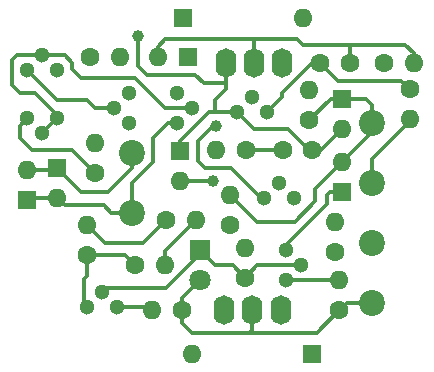
<source format=gbr>
%TF.GenerationSoftware,KiCad,Pcbnew,6.0.2+dfsg-1*%
%TF.CreationDate,2023-01-26T19:30:16+01:00*%
%TF.ProjectId,SK25,534b3235-2e6b-4696-9361-645f70636258,rev?*%
%TF.SameCoordinates,Original*%
%TF.FileFunction,Copper,L2,Bot*%
%TF.FilePolarity,Positive*%
%FSLAX46Y46*%
G04 Gerber Fmt 4.6, Leading zero omitted, Abs format (unit mm)*
G04 Created by KiCad (PCBNEW 6.0.2+dfsg-1) date 2023-01-26 19:30:16*
%MOMM*%
%LPD*%
G01*
G04 APERTURE LIST*
%TA.AperFunction,ComponentPad*%
%ADD10C,1.600000*%
%TD*%
%TA.AperFunction,ComponentPad*%
%ADD11R,1.600000X1.600000*%
%TD*%
%TA.AperFunction,ComponentPad*%
%ADD12O,1.600000X1.600000*%
%TD*%
%TA.AperFunction,ComponentPad*%
%ADD13R,1.800000X1.800000*%
%TD*%
%TA.AperFunction,ComponentPad*%
%ADD14C,1.800000*%
%TD*%
%TA.AperFunction,ComponentPad*%
%ADD15C,2.200000*%
%TD*%
%TA.AperFunction,ComponentPad*%
%ADD16C,1.300000*%
%TD*%
%TA.AperFunction,ComponentPad*%
%ADD17O,1.747520X2.499360*%
%TD*%
%TA.AperFunction,ViaPad*%
%ADD18C,1.000000*%
%TD*%
%TA.AperFunction,Conductor*%
%ADD19C,0.350000*%
%TD*%
G04 APERTURE END LIST*
D10*
%TO.P,C1,1*%
%TO.N,Net-(C1-Pad1)*%
X163810000Y-92456000D03*
%TO.P,C1,2*%
%TO.N,Net-(C1-Pad2)*%
X161310000Y-92456000D03*
%TD*%
D11*
%TO.P,D1,1,K*%
%TO.N,Net-(D1-Pad1)*%
X142240000Y-93980000D03*
D12*
%TO.P,D1,2,A*%
%TO.N,Net-(D1-Pad2)*%
X142240000Y-96520000D03*
%TD*%
D11*
%TO.P,D2,1,K*%
%TO.N,Net-(D1-Pad2)*%
X139700000Y-96675686D03*
D12*
%TO.P,D2,2,A*%
%TO.N,Net-(D1-Pad1)*%
X139700000Y-94135686D03*
%TD*%
D13*
%TO.P,D3,1,K*%
%TO.N,Net-(D3-Pad1)*%
X154305000Y-100965000D03*
D14*
%TO.P,D3,2,A*%
%TO.N,Net-(D3-Pad2)*%
X154305000Y-103505000D03*
%TD*%
D11*
%TO.P,D4,1,K*%
%TO.N,Net-(D4-Pad1)*%
X153260315Y-84582000D03*
D12*
%TO.P,D4,2,A*%
%TO.N,Net-(C2-Pad2)*%
X150720315Y-84582000D03*
%TD*%
D11*
%TO.P,D5,1,K*%
%TO.N,Net-(D5-Pad1)*%
X163830000Y-109728000D03*
D12*
%TO.P,D5,2,A*%
%TO.N,Net-(D5-Pad2)*%
X153670000Y-109728000D03*
%TD*%
D11*
%TO.P,D6,1,K*%
%TO.N,Net-(C1-Pad1)*%
X152908000Y-81280000D03*
D12*
%TO.P,D6,2,A*%
%TO.N,Net-(D6-Pad2)*%
X163068000Y-81280000D03*
%TD*%
D11*
%TO.P,D7,1,K*%
%TO.N,Net-(D5-Pad2)*%
X166370000Y-96040686D03*
D12*
%TO.P,D7,2,A*%
%TO.N,Net-(D7-Pad2)*%
X166370000Y-93500686D03*
%TD*%
D11*
%TO.P,D8,1,K*%
%TO.N,Net-(D7-Pad2)*%
X166370000Y-88138000D03*
D12*
%TO.P,D8,2,A*%
%TO.N,Net-(C1-Pad1)*%
X166370000Y-90678000D03*
%TD*%
D11*
%TO.P,D9,1,K*%
%TO.N,Net-(C1-Pad1)*%
X152654000Y-92554315D03*
D12*
%TO.P,D9,2,A*%
%TO.N,Net-(D9-Pad2)*%
X152654000Y-95094315D03*
%TD*%
D15*
%TO.P,J2,1,Pin_1*%
%TO.N,Net-(D1-Pad1)*%
X148590000Y-92710000D03*
%TD*%
%TO.P,J3,1,Pin_1*%
%TO.N,Net-(D3-Pad2)*%
X168910000Y-105410000D03*
%TD*%
%TO.P,J4,1,Pin_1*%
%TO.N,Net-(D7-Pad2)*%
X168910000Y-90170000D03*
%TD*%
%TO.P,J5,1,Pin_1*%
%TO.N,Net-(C2-Pad2)*%
X168910000Y-95250000D03*
%TD*%
D10*
%TO.P,L1,1,1*%
%TO.N,Net-(L1-Pad1)*%
X151405000Y-98425000D03*
D12*
%TO.P,L1,2,2*%
%TO.N,Net-(L1-Pad2)*%
X153945000Y-98425000D03*
%TD*%
D16*
%TO.P,Q2,1,E*%
%TO.N,Net-(L1-Pad1)*%
X148315000Y-90170000D03*
%TO.P,Q2,2,C*%
%TO.N,Net-(D9-Pad2)*%
X147045000Y-88900000D03*
%TO.P,Q2,3,B*%
%TO.N,Net-(D1-Pad1)*%
X148315000Y-87630000D03*
%TD*%
%TO.P,Q3,1,E*%
%TO.N,Net-(L1-Pad2)*%
X152400000Y-87630000D03*
%TO.P,Q3,2,C*%
%TO.N,Net-(Q3-Pad2)*%
X153670000Y-88900000D03*
%TO.P,Q3,3,B*%
%TO.N,Net-(D1-Pad2)*%
X152400000Y-90170000D03*
%TD*%
%TO.P,Q4,1,C*%
%TO.N,Net-(D9-Pad2)*%
X139700000Y-85725000D03*
%TO.P,Q4,2,B*%
%TO.N,Net-(Q3-Pad2)*%
X140970000Y-84455000D03*
%TO.P,Q4,3,E*%
%TO.N,Net-(Q4-Pad3)*%
X142240000Y-85725000D03*
%TD*%
%TO.P,Q5,1,C*%
%TO.N,Net-(Q3-Pad2)*%
X142240000Y-89810000D03*
%TO.P,Q5,2,B*%
X140970000Y-91080000D03*
%TO.P,Q5,3,E*%
%TO.N,Net-(Q5-Pad3)*%
X139700000Y-89810000D03*
%TD*%
%TO.P,Q6,1,C*%
%TO.N,Net-(D4-Pad1)*%
X159766000Y-96520000D03*
%TO.P,Q6,2,B*%
%TO.N,Net-(D9-Pad2)*%
X161036000Y-95250000D03*
%TO.P,Q6,3,E*%
%TO.N,Net-(Q6-Pad3)*%
X162306000Y-96520000D03*
%TD*%
%TO.P,Q7,1,C*%
%TO.N,Net-(D5-Pad2)*%
X161565000Y-100965000D03*
%TO.P,Q7,2,B*%
%TO.N,Net-(D3-Pad1)*%
X162835000Y-102235000D03*
%TO.P,Q7,3,E*%
%TO.N,Net-(Q7-Pad3)*%
X161565000Y-103505000D03*
%TD*%
%TO.P,Q8,1,C*%
%TO.N,Net-(C1-Pad1)*%
X157480000Y-89260000D03*
%TO.P,Q8,2,B*%
%TO.N,Net-(Q6-Pad3)*%
X158750000Y-87990000D03*
%TO.P,Q8,3,E*%
%TO.N,Net-(C2-Pad1)*%
X160020000Y-89260000D03*
%TD*%
D17*
%TO.P,Q10,1,E*%
%TO.N,Net-(Q10-Pad1)*%
X161290000Y-85090000D03*
%TO.P,Q10,2,C*%
%TO.N,Net-(C2-Pad2)*%
X158902400Y-85090000D03*
%TO.P,Q10,3,B*%
%TO.N,Net-(C1-Pad1)*%
X156514800Y-85090000D03*
%TD*%
D10*
%TO.P,R1,1*%
%TO.N,Net-(D3-Pad2)*%
X152810000Y-106045000D03*
D12*
%TO.P,R1,2*%
%TO.N,Net-(Q1-Pad3)*%
X150270000Y-106045000D03*
%TD*%
D10*
%TO.P,R2,1*%
%TO.N,Net-(Q1-Pad1)*%
X144780000Y-101375000D03*
D12*
%TO.P,R2,2*%
%TO.N,Net-(L1-Pad1)*%
X144780000Y-98835000D03*
%TD*%
D10*
%TO.P,R3,1*%
%TO.N,Net-(Q1-Pad1)*%
X148815000Y-102235000D03*
D12*
%TO.P,R3,2*%
%TO.N,Net-(L1-Pad2)*%
X151355000Y-102235000D03*
%TD*%
D10*
%TO.P,R4,1*%
%TO.N,Net-(Q4-Pad3)*%
X145005000Y-84582000D03*
D12*
%TO.P,R4,2*%
%TO.N,Net-(C2-Pad2)*%
X147545000Y-84582000D03*
%TD*%
D10*
%TO.P,R5,1*%
%TO.N,Net-(Q5-Pad3)*%
X145415000Y-94390000D03*
D12*
%TO.P,R5,2*%
%TO.N,Net-(C2-Pad2)*%
X145415000Y-91850000D03*
%TD*%
D10*
%TO.P,R6,1*%
%TO.N,Net-(D3-Pad1)*%
X158115000Y-103280000D03*
D12*
%TO.P,R6,2*%
%TO.N,Net-(D4-Pad1)*%
X158115000Y-100740000D03*
%TD*%
D10*
%TO.P,R7,1*%
%TO.N,Net-(C1-Pad2)*%
X158242000Y-92456000D03*
D12*
%TO.P,R7,2*%
%TO.N,Net-(D9-Pad2)*%
X155702000Y-92456000D03*
%TD*%
D10*
%TO.P,R8,1*%
%TO.N,Net-(Q6-Pad3)*%
X169897000Y-85090000D03*
D12*
%TO.P,R8,2*%
%TO.N,Net-(C2-Pad2)*%
X172437000Y-85090000D03*
%TD*%
D10*
%TO.P,R9,1*%
%TO.N,Net-(D3-Pad2)*%
X166116000Y-106045000D03*
D12*
%TO.P,R9,2*%
%TO.N,Net-(Q7-Pad3)*%
X166116000Y-103505000D03*
%TD*%
D10*
%TO.P,R10,1*%
%TO.N,Net-(D5-Pad1)*%
X165735000Y-101121000D03*
D12*
%TO.P,R10,2*%
%TO.N,Net-(D6-Pad2)*%
X165735000Y-98581000D03*
%TD*%
D10*
%TO.P,R12,1*%
%TO.N,Net-(Q9-Pad1)*%
X156845000Y-98835000D03*
D12*
%TO.P,R12,2*%
%TO.N,Net-(D7-Pad2)*%
X156845000Y-96295000D03*
%TD*%
D10*
%TO.P,R13,1*%
%TO.N,Net-(D7-Pad2)*%
X163576000Y-89945000D03*
D12*
%TO.P,R13,2*%
%TO.N,Net-(Q10-Pad1)*%
X163576000Y-87405000D03*
%TD*%
D15*
%TO.P,J6,1,Pin_1*%
%TO.N,GND*%
X168910000Y-100330000D03*
%TD*%
%TO.P,J1,1,Pin_1*%
%TO.N,Net-(D1-Pad2)*%
X148590000Y-97790000D03*
%TD*%
D17*
%TO.P,Q9,1,E*%
%TO.N,Net-(Q9-Pad1)*%
X156362400Y-106045000D03*
%TO.P,Q9,2,C*%
%TO.N,Net-(D3-Pad2)*%
X158750000Y-106045000D03*
%TO.P,Q9,3,B*%
%TO.N,Net-(D5-Pad2)*%
X161137600Y-106045000D03*
%TD*%
D10*
%TO.P,C2,1*%
%TO.N,Net-(C2-Pad1)*%
X164485000Y-85090000D03*
%TO.P,C2,2*%
%TO.N,Net-(C2-Pad2)*%
X166985000Y-85090000D03*
%TD*%
D16*
%TO.P,Q1,1,C*%
%TO.N,Net-(Q1-Pad1)*%
X144780000Y-105770000D03*
%TO.P,Q1,2,B*%
%TO.N,Net-(D3-Pad1)*%
X146050000Y-104500000D03*
%TO.P,Q1,3,E*%
%TO.N,Net-(Q1-Pad3)*%
X147320000Y-105770000D03*
%TD*%
D10*
%TO.P,R11,1*%
%TO.N,Net-(C2-Pad1)*%
X172085000Y-87347000D03*
D12*
%TO.P,R11,2*%
%TO.N,Net-(C2-Pad2)*%
X172085000Y-89887000D03*
%TD*%
D18*
%TO.N,Net-(C1-Pad1)*%
X149098000Y-82804000D03*
%TO.N,Net-(D4-Pad1)*%
X155702000Y-90424000D03*
%TO.N,Net-(D9-Pad2)*%
X155448000Y-95094315D03*
%TD*%
D19*
%TO.N,Net-(C1-Pad2)*%
X161310000Y-92456000D02*
X158242000Y-92456000D01*
%TO.N,Net-(C1-Pad1)*%
X157480000Y-89260000D02*
X155596000Y-89260000D01*
X155088000Y-89260000D02*
X152654000Y-91694000D01*
X155596000Y-89260000D02*
X155088000Y-89260000D01*
X156514800Y-86817200D02*
X154635200Y-86817200D01*
X154635200Y-86817200D02*
X153924000Y-86106000D01*
X164592000Y-92456000D02*
X166370000Y-90678000D01*
X155596000Y-88244000D02*
X155596000Y-89260000D01*
X153924000Y-86106000D02*
X149860000Y-86106000D01*
X158898000Y-90678000D02*
X161798000Y-90678000D01*
X149860000Y-86106000D02*
X149098000Y-85344000D01*
X156514800Y-86817200D02*
X156514800Y-87325200D01*
X157480000Y-89260000D02*
X158898000Y-90678000D01*
X156514800Y-87325200D02*
X155596000Y-88244000D01*
X149098000Y-85344000D02*
X149098000Y-82804000D01*
X163810000Y-92456000D02*
X164592000Y-92456000D01*
X152654000Y-91694000D02*
X152654000Y-92554315D01*
X156514800Y-85090000D02*
X156514800Y-86817200D01*
X163576000Y-92456000D02*
X163810000Y-92456000D01*
X161798000Y-90678000D02*
X163576000Y-92456000D01*
%TO.N,Net-(C2-Pad1)*%
X163830000Y-85090000D02*
X164485000Y-85090000D01*
X166009000Y-86614000D02*
X164485000Y-85090000D01*
X164485000Y-84582000D02*
X164338000Y-84582000D01*
X161290000Y-87630000D02*
X161290000Y-87990000D01*
X172085000Y-87347000D02*
X171352000Y-86614000D01*
X171352000Y-86614000D02*
X166009000Y-86614000D01*
X161290000Y-87630000D02*
X163830000Y-85090000D01*
X161290000Y-87990000D02*
X160020000Y-89260000D01*
%TO.N,Net-(C2-Pad2)*%
X172437000Y-84299000D02*
X171704000Y-83566000D01*
X151384000Y-83058000D02*
X150720315Y-83721685D01*
X167132000Y-83566000D02*
X163068000Y-83566000D01*
X158902400Y-83159600D02*
X159004000Y-83058000D01*
X172085000Y-90043000D02*
X168910000Y-93218000D01*
X172437000Y-84582000D02*
X172437000Y-84299000D01*
X171704000Y-83566000D02*
X167132000Y-83566000D01*
X168910000Y-93218000D02*
X168910000Y-95250000D01*
X163068000Y-83566000D02*
X162560000Y-83058000D01*
X150720315Y-83721685D02*
X150720315Y-84582000D01*
X172085000Y-89887000D02*
X172085000Y-90043000D01*
X159004000Y-83058000D02*
X151384000Y-83058000D01*
X158902400Y-85090000D02*
X158902400Y-83159600D01*
X162560000Y-83058000D02*
X159004000Y-83058000D01*
X166985000Y-83713000D02*
X167132000Y-83566000D01*
X166985000Y-85090000D02*
X166985000Y-83713000D01*
%TO.N,Net-(D1-Pad1)*%
X142240000Y-93980000D02*
X144272000Y-96012000D01*
X148590000Y-93980000D02*
X148590000Y-92710000D01*
X146558000Y-96012000D02*
X148590000Y-93980000D01*
X139700000Y-94135686D02*
X142084314Y-94135686D01*
X144272000Y-96012000D02*
X146558000Y-96012000D01*
X142084314Y-94135686D02*
X142240000Y-93980000D01*
%TO.N,Net-(D1-Pad2)*%
X142875000Y-97155000D02*
X146177000Y-97155000D01*
X142240000Y-96520000D02*
X139855686Y-96520000D01*
X146177000Y-97155000D02*
X146812000Y-97790000D01*
X150368000Y-93472000D02*
X150368000Y-91440000D01*
X139855686Y-96520000D02*
X139700000Y-96675686D01*
X150368000Y-91440000D02*
X151638000Y-90170000D01*
X142240000Y-96520000D02*
X142875000Y-97155000D01*
X151638000Y-90170000D02*
X152400000Y-90170000D01*
X148590000Y-95250000D02*
X150368000Y-93472000D01*
X146812000Y-97790000D02*
X148590000Y-97790000D01*
X148590000Y-97790000D02*
X148590000Y-95250000D01*
%TO.N,Net-(D3-Pad1)*%
X154305000Y-101282500D02*
X151447500Y-104140000D01*
X162835000Y-102235000D02*
X159160000Y-102235000D01*
X159160000Y-102235000D02*
X158115000Y-103280000D01*
X151447500Y-104140000D02*
X146410000Y-104140000D01*
X154305000Y-100965000D02*
X154305000Y-101282500D01*
X155575000Y-102235000D02*
X154305000Y-100965000D01*
X157070000Y-102235000D02*
X155575000Y-102235000D01*
X158115000Y-103280000D02*
X157070000Y-102235000D01*
X146410000Y-104140000D02*
X146050000Y-104500000D01*
%TO.N,Net-(D3-Pad2)*%
X168910000Y-105410000D02*
X166751000Y-105410000D01*
X166751000Y-105410000D02*
X166116000Y-106045000D01*
X158750000Y-107696000D02*
X158496000Y-107950000D01*
X158750000Y-106045000D02*
X158750000Y-105918000D01*
X153670000Y-107950000D02*
X158496000Y-107950000D01*
X164211000Y-107950000D02*
X166116000Y-106045000D01*
X152810000Y-105000000D02*
X154305000Y-103505000D01*
X152810000Y-106045000D02*
X152810000Y-107090000D01*
X158496000Y-107950000D02*
X159385000Y-107950000D01*
X158750000Y-106045000D02*
X158750000Y-107696000D01*
X152810000Y-107090000D02*
X153670000Y-107950000D01*
X159385000Y-107950000D02*
X163830000Y-107950000D01*
X152810000Y-106045000D02*
X152810000Y-105000000D01*
X163830000Y-107950000D02*
X164211000Y-107950000D01*
%TO.N,Net-(D4-Pad1)*%
X154178000Y-93413505D02*
X154744495Y-93980000D01*
X155448000Y-90424000D02*
X154178000Y-91694000D01*
X155702000Y-90424000D02*
X155448000Y-90424000D01*
X156972000Y-93980000D02*
X159512000Y-96520000D01*
X154178000Y-91694000D02*
X154178000Y-93413505D01*
X159512000Y-96520000D02*
X159766000Y-96520000D01*
X154744495Y-93980000D02*
X156972000Y-93980000D01*
%TO.N,Net-(D5-Pad2)*%
X165100000Y-96266000D02*
X165325314Y-96040686D01*
X161565000Y-100965000D02*
X161565000Y-100563000D01*
X165325314Y-96040686D02*
X166370000Y-96040686D01*
X161565000Y-100563000D02*
X165100000Y-97028000D01*
X165100000Y-97028000D02*
X165100000Y-96266000D01*
%TO.N,Net-(D7-Pad2)*%
X165383000Y-88138000D02*
X166370000Y-88138000D01*
X164084000Y-95786686D02*
X166370000Y-93500686D01*
X168402000Y-88138000D02*
X168910000Y-88646000D01*
X164084000Y-96804878D02*
X164084000Y-95786686D01*
X166370000Y-93500686D02*
X168910000Y-90960686D01*
X156845000Y-96295000D02*
X159102000Y-98552000D01*
X168910000Y-90960686D02*
X168910000Y-90170000D01*
X168910000Y-88646000D02*
X168910000Y-90170000D01*
X162336878Y-98552000D02*
X164084000Y-96804878D01*
X163576000Y-89945000D02*
X165383000Y-88138000D01*
X166370000Y-88138000D02*
X168402000Y-88138000D01*
X159102000Y-98552000D02*
X162336878Y-98552000D01*
%TO.N,Net-(D9-Pad2)*%
X142240000Y-88265000D02*
X144780000Y-88265000D01*
X145415000Y-88900000D02*
X144780000Y-88265000D01*
X155448000Y-95094315D02*
X152654000Y-95094315D01*
X147045000Y-88900000D02*
X145415000Y-88900000D01*
X139700000Y-85725000D02*
X142240000Y-88265000D01*
%TO.N,Net-(L1-Pad1)*%
X151405000Y-98425000D02*
X149500000Y-100330000D01*
X149500000Y-100330000D02*
X146275000Y-100330000D01*
X144780000Y-98835000D02*
X146275000Y-100330000D01*
%TO.N,Net-(L1-Pad2)*%
X153945000Y-98425000D02*
X151355000Y-101015000D01*
X154033630Y-98425000D02*
X154580000Y-98425000D01*
X151355000Y-101015000D02*
X151355000Y-102235000D01*
%TO.N,Net-(Q1-Pad1)*%
X144780000Y-101375000D02*
X147955000Y-101375000D01*
X144780000Y-105664000D02*
X144526000Y-105410000D01*
X144526000Y-105410000D02*
X144526000Y-103378000D01*
X144780000Y-103124000D02*
X144780000Y-101375000D01*
X144526000Y-103378000D02*
X144780000Y-103124000D01*
X144780000Y-105770000D02*
X144780000Y-105664000D01*
X147955000Y-101375000D02*
X148815000Y-102235000D01*
%TO.N,Net-(Q1-Pad3)*%
X147320000Y-105770000D02*
X149995000Y-105770000D01*
X149995000Y-105770000D02*
X150270000Y-106045000D01*
%TO.N,Net-(Q3-Pad2)*%
X142240000Y-89810000D02*
X142240000Y-89535000D01*
X143510000Y-85090000D02*
X142875000Y-84455000D01*
X138811000Y-84455000D02*
X140970000Y-84455000D01*
X142240000Y-89535000D02*
X140335000Y-87630000D01*
X139065000Y-87630000D02*
X138430000Y-86995000D01*
X140335000Y-87630000D02*
X139065000Y-87630000D01*
X138430000Y-86995000D02*
X138430000Y-84836000D01*
X142875000Y-84455000D02*
X140970000Y-84455000D01*
X144272000Y-86360000D02*
X143510000Y-85598000D01*
X151384000Y-88900000D02*
X148844000Y-86360000D01*
X143510000Y-85598000D02*
X143510000Y-85090000D01*
X148844000Y-86360000D02*
X144272000Y-86360000D01*
X153670000Y-88900000D02*
X151384000Y-88900000D01*
X138430000Y-84836000D02*
X138811000Y-84455000D01*
X140970000Y-91080000D02*
X142240000Y-89810000D01*
%TO.N,Net-(Q5-Pad3)*%
X143481000Y-92456000D02*
X140081000Y-92456000D01*
X140081000Y-92456000D02*
X139065000Y-91440000D01*
X139065000Y-90445000D02*
X139700000Y-89810000D01*
X139065000Y-91440000D02*
X139065000Y-90445000D01*
X145415000Y-94390000D02*
X143481000Y-92456000D01*
%TO.N,Net-(Q7-Pad3)*%
X161565000Y-103505000D02*
X166116000Y-103505000D01*
%TD*%
M02*

</source>
